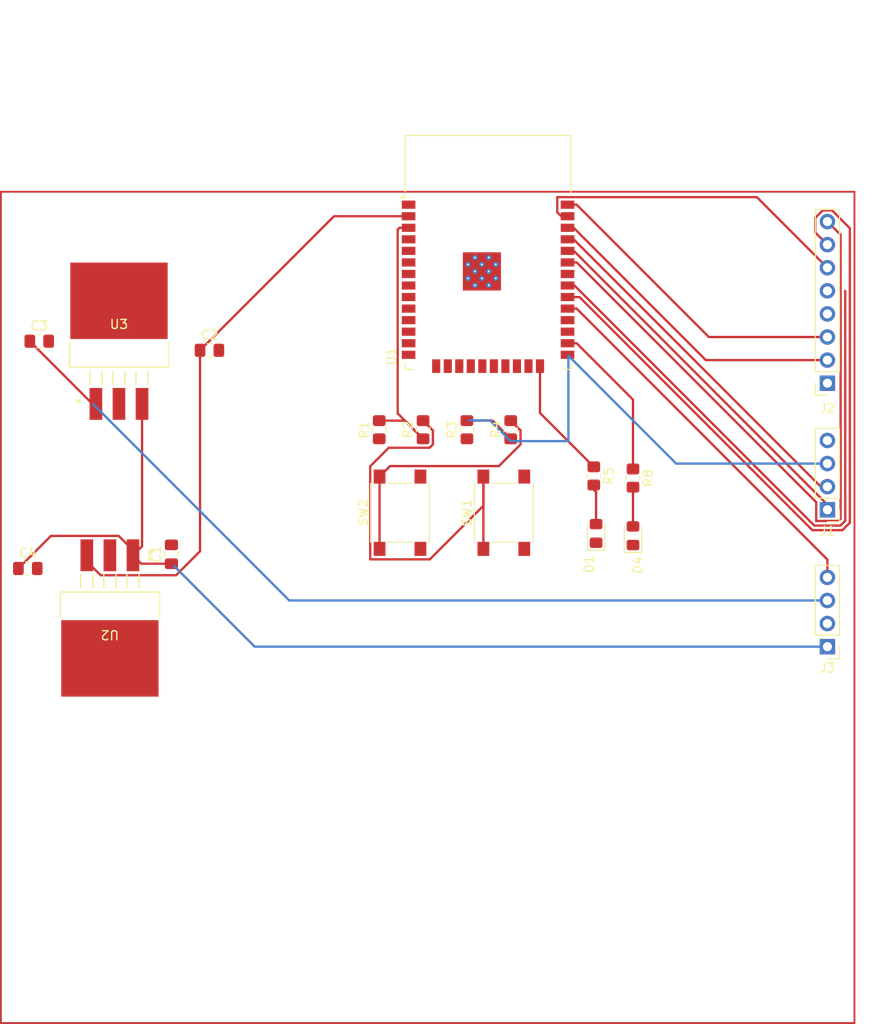
<source format=kicad_pcb>
(kicad_pcb (version 20240108) (generator "pcbnew") (generator_version "8.0")
  (layers (0 "F.Cu" signal) (31 "B.Cu" signal) (34 "B.Paste" user) (35 "F.Paste" user) (36 "B.SilkS" user "B.Silkscreen") (37 "F.SilkS" user "F.Silkscreen") (38 "B.Mask" user) (39 "F.Mask" user) (44 "Edge.Cuts" user))
  (net 0 "")
  (net 1 "GND")
  (net 2 "/5V")
  (net 3 "/12V")
  (net 4 "Net-(D1-A)")
  (net 5 "Net-(D4-A)")
  (net 6 "Net-(J1-Pin_1)")
  (net 7 "Net-(J1-Pin_2)")
  (net 8 "/BOOT")
  (net 9 "/EN")
  (net 10 "/SCK")
  (net 11 "/MOSI")
  (net 12 "/NC")
  (net 13 "/SDA")
  (net 14 "/RST")
  (net 15 "/MISO")
  (net 16 "Net-(R2-Pad2)")
  (net 17 "Net-(R4-Pad2)")
  (net 29 "Net-(J3-Pin_4)")
  (net 40 "/Green")
  (net 41 "/RED")
  (net 42 "/Blue")
  (net 43 "VDD")
  (footprint "Resistor_SMD:R_0805_2012Metric_Pad1.20x1.40mm_HandSolder" (layer "F.Cu") (at 178.308 61.738 90)
    (property "Reference" "R3" (at 0 -1.65 -90) (layer "F.SilkS"))
    (property "Value" "12K")
    (fp_line (start -0.227064 -0.735) (end 0.227064 -0.735) (stroke (width 0.12)) (layer "F.SilkS"))
    (fp_line (start -0.227064 0.735) (end 0.227064 0.735) (stroke (width 0.12)) (layer "F.SilkS"))
    (pad "1" smd roundrect (at -1 0 90) (size 1.2 1.4) (layers "F.Cu" "F.Paste" "F.Mask") (roundrect_rratio 0.208333) (net 43 "VDD"))
    (pad "2" smd roundrect (at 1 0 90) (size 1.2 1.4) (layers "F.Cu" "F.Paste" "F.Mask") (roundrect_rratio 0.208333) (net 8 "/BOOT"))
  )
  (footprint "LED_SMD:LED_0805_2012Metric_Pad1.15x1.40mm_HandSolder" (layer "F.Cu") (at 196.596 73.397 90)
    (property "Reference" "D4" (at -3.2268 0.5444 -90) (layer "F.SilkS"))
    (property "Value" "RED LED")
    (fp_line (start 1 -0.96) (end -1.86 -0.96) (stroke (width 0.12)) (layer "F.SilkS"))
    (fp_line (start -1.86 -0.96) (end -1.86 0.96) (stroke (width 0.12)) (layer "F.SilkS"))
    (fp_line (start -1.86 0.96) (end 1 0.96) (stroke (width 0.12)) (layer "F.SilkS"))
    (pad "1" smd roundrect (at -1.025 0 90) (size 1.15 1.4) (layers "F.Cu" "F.Paste" "F.Mask") (roundrect_rratio 0.217391) (net 1 "GND"))
    (pad "2" smd roundrect (at 1.025 0 90) (size 1.15 1.4) (layers "F.Cu" "F.Paste" "F.Mask") (roundrect_rratio 0.217391) (net 5 "Net-(D4-A)"))
  )
  (footprint "footprints_5v:TO263-3LD_MCH" (layer "F.Cu") (at 140 50.1458)
    (property "Reference" "U3" (at 0 0 0) (layer "F.SilkS"))
    (property "Value" "MIC2940A-5.0WU")
    (fp_line (start -5.461 1.929749) (end -5.461 4.7117) (stroke (width 0.1524)) (layer "F.SilkS"))
    (fp_line (start -5.461 4.7117) (end 5.461 4.7117) (stroke (width 0.1524)) (layer "F.SilkS"))
    (fp_line (start -3.2131 5.1943) (end -3.2131 6.6421) (stroke (width 0.1524)) (layer "F.SilkS"))
    (fp_line (start -1.8669 5.1943) (end -1.8669 6.6421) (stroke (width 0.1524)) (layer "F.SilkS"))
    (fp_line (start -0.6731 5.1943) (end -0.6731 6.6421) (stroke (width 0.1524)) (layer "F.SilkS"))
    (fp_line (start 0.6731 5.1943) (end 0.6731 6.6421) (stroke (width 0.1524)) (layer "F.SilkS"))
    (fp_line (start 1.8669 5.1943) (end 1.8669 6.6421) (stroke (width 0.1524)) (layer "F.SilkS"))
    (fp_line (start 3.2131 5.1943) (end 3.2131 6.6421) (stroke (width 0.1524)) (layer "F.SilkS"))
    (fp_line (start 5.461 4.7117) (end 5.461 1.929749) (stroke (width 0.1524)) (layer "F.SilkS"))
    (fp_text user "*" (at -4.445 8.7503 0) (layer "F.SilkS"))
    (fp_text user "*" (at -4.445 8.7503 0) (layer "F.SilkS"))
    (pad "1" smd rect (at -2.54 8.7503) (size 1.397 3.5052) (layers "F.Cu" "F.Paste" "F.Mask") (net 3 "/12V"))
    (pad "2" smd rect (at 0 8.7503) (size 1.397 3.5052) (layers "F.Cu" "F.Paste" "F.Mask") (net 1 "GND"))
    (pad "3" smd rect (at 2.54 8.7503) (size 1.397 3.5052) (layers "F.Cu" "F.Paste" "F.Mask") (net 2 "/5V"))
    (pad "4" smd rect (at 0 -2.5908) (size 10.7188 8.4074) (layers "F.Cu" "F.Paste" "F.Mask") (net 1 "GND"))
  )
  (footprint "Connector_PinHeader_2.54mm:PinHeader_1x04_P2.54mm_Vertical" (layer "F.Cu") (at 218 70.54 180)
    (property "Reference" "J1" (at 0 -2.33 180) (layer "F.SilkS"))
    (property "Value" "Conn_01x04_Pin")
    (fp_line (start 1.33 1.27) (end 1.33 8.95) (stroke (width 0.12)) (layer "F.SilkS"))
    (fp_line (start -1.33 8.95) (end 1.33 8.95) (stroke (width 0.12)) (layer "F.SilkS"))
    (fp_line (start -1.33 1.27) (end 1.33 1.27) (stroke (width 0.12)) (layer "F.SilkS"))
    (fp_line (start -1.33 1.27) (end -1.33 8.95) (stroke (width 0.12)) (layer "F.SilkS"))
    (fp_line (start -1.33 0) (end -1.33 -1.33) (stroke (width 0.12)) (layer "F.SilkS"))
    (fp_line (start -1.33 -1.33) (end 0 -1.33) (stroke (width 0.12)) (layer "F.SilkS"))
    (pad "1" thru_hole rect (at 0 0 180) (size 1.7 1.7) (drill 1) (layers "*.Cu" "*.Mask") (net 6 "Net-(J1-Pin_1)"))
    (pad "2" thru_hole oval (at 0 2.54 180) (size 1.7 1.7) (drill 1) (layers "*.Cu" "*.Mask") (net 7 "Net-(J1-Pin_2)"))
    (pad "3" thru_hole oval (at 0 5.08 180) (size 1.7 1.7) (drill 1) (layers "*.Cu" "*.Mask") (net 8 "/BOOT"))
    (pad "4" thru_hole oval (at 0 7.62 180) (size 1.7 1.7) (drill 1) (layers "*.Cu" "*.Mask") (net 9 "/EN"))
  )
  (footprint "LED_SMD:LED_0805_2012Metric_Pad1.15x1.40mm_HandSolder" (layer "F.Cu") (at 192.532 73.143 90)
    (property "Reference" "D1" (at -3.3946 -0.762 -90) (layer "F.SilkS"))
    (property "Value" "Green LED")
    (fp_line (start 1 -0.96) (end -1.86 -0.96) (stroke (width 0.12)) (layer "F.SilkS"))
    (fp_line (start -1.86 -0.96) (end -1.86 0.96) (stroke (width 0.12)) (layer "F.SilkS"))
    (fp_line (start -1.86 0.96) (end 1 0.96) (stroke (width 0.12)) (layer "F.SilkS"))
    (pad "1" smd roundrect (at -1.025 0 90) (size 1.15 1.4) (layers "F.Cu" "F.Paste" "F.Mask") (roundrect_rratio 0.217391) (net 1 "GND"))
    (pad "2" smd roundrect (at 1.025 0 90) (size 1.15 1.4) (layers "F.Cu" "F.Paste" "F.Mask") (roundrect_rratio 0.217391) (net 4 "Net-(D1-A)"))
  )
  (footprint "footprints:TO263-3LD_MCH" (layer "F.Cu") (at 139 84.2992 180)
    (property "Reference" "U2" (at 0 0 180) (layer "F.SilkS"))
    (property "Value" "MIC2940A-3.3WU")
    (fp_line (start 5.461 4.7117) (end 5.461 1.929749) (stroke (width 0.1524)) (layer "F.SilkS"))
    (fp_line (start 3.2131 5.1943) (end 3.2131 6.6421) (stroke (width 0.1524)) (layer "F.SilkS"))
    (fp_line (start 1.8669 5.1943) (end 1.8669 6.6421) (stroke (width 0.1524)) (layer "F.SilkS"))
    (fp_line (start 0.6731 5.1943) (end 0.6731 6.6421) (stroke (width 0.1524)) (layer "F.SilkS"))
    (fp_line (start -0.6731 5.1943) (end -0.6731 6.6421) (stroke (width 0.1524)) (layer "F.SilkS"))
    (fp_line (start -1.8669 5.1943) (end -1.8669 6.6421) (stroke (width 0.1524)) (layer "F.SilkS"))
    (fp_line (start -3.2131 5.1943) (end -3.2131 6.6421) (stroke (width 0.1524)) (layer "F.SilkS"))
    (fp_line (start -5.461 4.7117) (end 5.461 4.7117) (stroke (width 0.1524)) (layer "F.SilkS"))
    (fp_line (start -5.461 1.929749) (end -5.461 4.7117) (stroke (width 0.1524)) (layer "F.SilkS"))
    (fp_text user "*" (at -4.445 8.7503 180) (layer "F.SilkS"))
    (fp_text user "*" (at -4.445 8.7503 180) (layer "F.SilkS"))
    (pad "1" smd rect (at -2.54 8.7503 180) (size 1.397 3.5052) (layers "F.Cu" "F.Paste" "F.Mask") (net 2 "/5V"))
    (pad "2" smd rect (at 0 8.7503 180) (size 1.397 3.5052) (layers "F.Cu" "F.Paste" "F.Mask") (net 1 "GND"))
    (pad "3" smd rect (at 2.54 8.7503 180) (size 1.397 3.5052) (layers "F.Cu" "F.Paste" "F.Mask") (net 43 "VDD"))
    (pad "4" smd rect (at 0 -2.5908 180) (size 10.7188 8.4074) (layers "F.Cu" "F.Paste" "F.Mask") (net 1 "GND"))
  )
  (footprint "Resistor_SMD:R_0805_2012Metric_Pad1.20x1.40mm_HandSolder" (layer "F.Cu") (at 173.482 61.738 90)
    (property "Reference" "R2" (at 0 -1.65 -90) (layer "F.SilkS"))
    (property "Value" "470")
    (fp_line (start -0.227064 -0.735) (end 0.227064 -0.735) (stroke (width 0.12)) (layer "F.SilkS"))
    (fp_line (start -0.227064 0.735) (end 0.227064 0.735) (stroke (width 0.12)) (layer "F.SilkS"))
    (pad "1" smd roundrect (at -1 0 90) (size 1.2 1.4) (layers "F.Cu" "F.Paste" "F.Mask") (roundrect_rratio 0.208333) (net 9 "/EN"))
    (pad "2" smd roundrect (at 1 0 90) (size 1.2 1.4) (layers "F.Cu" "F.Paste" "F.Mask") (roundrect_rratio 0.208333) (net 16 "Net-(R2-Pad2)"))
  )
  (footprint "Capacitor_SMD:C_0805_2012Metric_Pad1.18x1.45mm_HandSolder" (layer "F.Cu") (at 131.2203 52)
    (property "Reference" "C3" (at 0 -1.68 0) (layer "F.SilkS"))
    (property "Value" "0.22")
    (fp_line (start -0.261252 -0.735) (end 0.261252 -0.735) (stroke (width 0.12)) (layer "F.SilkS"))
    (fp_line (start -0.261252 0.735) (end 0.261252 0.735) (stroke (width 0.12)) (layer "F.SilkS"))
    (pad "1" smd roundrect (at -1.0375 0) (size 1.175 1.45) (layers "F.Cu" "F.Paste" "F.Mask") (roundrect_rratio 0.212766) (net 3 "/12V"))
    (pad "2" smd roundrect (at 1.0375 0) (size 1.175 1.45) (layers "F.Cu" "F.Paste" "F.Mask") (roundrect_rratio 0.212766) (net 1 "GND"))
  )
  (footprint "Capacitor_SMD:C_0805_2012Metric_Pad1.18x1.45mm_HandSolder" (layer "F.Cu") (at 149.9625 53)
    (property "Reference" "C2" (at 0 -1.68 0) (layer "F.SilkS"))
    (property "Value" "10u")
    (fp_line (start -0.261252 -0.735) (end 0.261252 -0.735) (stroke (width 0.12)) (layer "F.SilkS"))
    (fp_line (start -0.261252 0.735) (end 0.261252 0.735) (stroke (width 0.12)) (layer "F.SilkS"))
    (pad "1" smd roundrect (at -1.0375 0) (size 1.175 1.45) (layers "F.Cu" "F.Paste" "F.Mask") (roundrect_rratio 0.212766) (net 43 "VDD"))
    (pad "2" smd roundrect (at 1.0375 0) (size 1.175 1.45) (layers "F.Cu" "F.Paste" "F.Mask") (roundrect_rratio 0.212766) (net 1 "GND"))
  )
  (footprint "Connector_PinSocket_2.54mm:PinSocket_1x08_P2.54mm_Vertical" (layer "F.Cu") (at 218 56.62 180)
    (property "Reference" "J2" (at 0 -2.77 180) (layer "F.SilkS"))
    (property "Value" "Conn_01x08_Pin")
    (fp_line (start 1.33 1.27) (end 1.33 19.11) (stroke (width 0.12)) (layer "F.SilkS"))
    (fp_line (start 1.33 -1.33) (end 1.33 0) (stroke (width 0.12)) (layer "F.SilkS"))
    (fp_line (start 0 -1.33) (end 1.33 -1.33) (stroke (width 0.12)) (layer "F.SilkS"))
    (fp_line (start -1.33 19.11) (end 1.33 19.11) (stroke (width 0.12)) (layer "F.SilkS"))
    (fp_line (start -1.33 1.27) (end 1.33 1.27) (stroke (width 0.12)) (layer "F.SilkS"))
    (fp_line (start -1.33 1.27) (end -1.33 19.11) (stroke (width 0.12)) (layer "F.SilkS"))
    (pad "1" thru_hole rect (at 0 0 180) (size 1.7 1.7) (drill 1) (layers "*.Cu" "*.Mask") (net 43 "VDD"))
    (pad "2" thru_hole oval (at 0 2.54 180) (size 1.7 1.7) (drill 1) (layers "*.Cu" "*.Mask") (net 14 "/RST"))
    (pad "3" thru_hole oval (at 0 5.08 180) (size 1.7 1.7) (drill 1) (layers "*.Cu" "*.Mask") (net 1 "GND"))
    (pad "4" thru_hole oval (at 0 7.62 180) (size 1.7 1.7) (drill 1) (layers "*.Cu" "*.Mask") (net 12 "/NC"))
    (pad "5" thru_hole oval (at 0 10.16 180) (size 1.7 1.7) (drill 1) (layers "*.Cu" "*.Mask") (net 15 "/MISO"))
    (pad "6" thru_hole oval (at 0 12.7 180) (size 1.7 1.7) (drill 1) (layers "*.Cu" "*.Mask") (net 11 "/MOSI"))
    (pad "7" thru_hole oval (at 0 15.24 180) (size 1.7 1.7) (drill 1) (layers "*.Cu" "*.Mask") (net 10 "/SCK"))
    (pad "8" thru_hole oval (at 0 17.78 180) (size 1.7 1.7) (drill 1) (layers "*.Cu" "*.Mask") (net 13 "/SDA"))
  )
  (footprint "Resistor_SMD:R_0805_2012Metric_Pad1.20x1.40mm_HandSolder" (layer "F.Cu") (at 196.596 67.056 -90)
    (property "Reference" "R8" (at 0 -1.65 90) (layer "F.SilkS"))
    (property "Value" "470")
    (fp_line (start -0.227064 0.735) (end 0.227064 0.735) (stroke (width 0.12)) (layer "F.SilkS"))
    (fp_line (start -0.227064 -0.735) (end 0.227064 -0.735) (stroke (width 0.12)) (layer "F.SilkS"))
    (pad "1" smd roundrect (at -1 0 270) (size 1.2 1.4) (layers "F.Cu" "F.Paste" "F.Mask") (roundrect_rratio 0.208333) (net 41 "/RED"))
    (pad "2" smd roundrect (at 1 0 270) (size 1.2 1.4) (layers "F.Cu" "F.Paste" "F.Mask") (roundrect_rratio 0.208333) (net 5 "Net-(D4-A)"))
  )
  (footprint "RF_Module:ESP32-WROOM-32" (layer "F.Cu") (at 180.638 45.234)
    (property "Reference" "U1" (at -10.61 8.43 90) (layer "F.SilkS"))
    (property "Value" "ESP32-WROOM-32")
    (fp_line (start -9.12 -15.86) (end -9.12 -9.7) (stroke (width 0.12)) (layer "F.SilkS"))
    (fp_line (start -9.12 -15.86) (end 9.12 -15.86) (stroke (width 0.12)) (layer "F.SilkS"))
    (fp_line (start -9.12 9.1) (end -9.12 9.88) (stroke (width 0.12)) (layer "F.SilkS"))
    (fp_line (start -9.12 9.88) (end -8.12 9.88) (stroke (width 0.12)) (layer "F.SilkS"))
    (fp_line (start 9.12 -15.86) (end 9.12 -9.445) (stroke (width 0.12)) (layer "F.SilkS"))
    (fp_line (start 9.12 9.1) (end 9.12 9.88) (stroke (width 0.12)) (layer "F.SilkS"))
    (fp_line (start 9.12 9.88) (end 8.12 9.88) (stroke (width 0.12)) (layer "F.SilkS"))
    (fp_poly (pts (xy -9.125 -8.975) (xy -9.625 -8.975) (xy -9.125 -9.475) (xy -9.125 -8.975)) (stroke (width 0.12)) (fill solid) (layer "F.SilkS"))
    (pad "1" smd rect (at -8.75 -8.25) (size 1.5 0.9) (layers "F.Cu" "F.Paste" "F.Mask") (net 1 "GND"))
    (pad "2" smd rect (at -8.75 -6.98) (size 1.5 0.9) (layers "F.Cu" "F.Paste" "F.Mask") (net 43 "VDD"))
    (pad "3" smd rect (at -8.75 -5.71) (size 1.5 0.9) (layers "F.Cu" "F.Paste" "F.Mask") (net 9 "/EN"))
    (pad "4" smd rect (at -8.75 -4.44) (size 1.5 0.9) (layers "F.Cu" "F.Paste" "F.Mask"))
    (pad "5" smd rect (at -8.75 -3.17) (size 1.5 0.9) (layers "F.Cu" "F.Paste" "F.Mask"))
    (pad "6" smd rect (at -8.75 -1.9) (size 1.5 0.9) (layers "F.Cu" "F.Paste" "F.Mask"))
    (pad "7" smd rect (at -8.75 -0.63) (size 1.5 0.9) (layers "F.Cu" "F.Paste" "F.Mask"))
    (pad "8" smd rect (at -8.75 0.64) (size 1.5 0.9) (layers "F.Cu" "F.Paste" "F.Mask"))
    (pad "9" smd rect (at -8.75 1.91) (size 1.5 0.9) (layers "F.Cu" "F.Paste" "F.Mask"))
    (pad "10" smd rect (at -8.75 3.18) (size 1.5 0.9) (layers "F.Cu" "F.Paste" "F.Mask"))
    (pad "11" smd rect (at -8.75 4.45) (size 1.5 0.9) (layers "F.Cu" "F.Paste" "F.Mask"))
    (pad "12" smd rect (at -8.75 5.72) (size 1.5 0.9) (layers "F.Cu" "F.Paste" "F.Mask"))
    (pad "13" smd rect (at -8.75 6.99) (size 1.5 0.9) (layers "F.Cu" "F.Paste" "F.Mask"))
    (pad "14" smd rect (at -8.75 8.26) (size 1.5 0.9) (layers "F.Cu" "F.Paste" "F.Mask"))
    (pad "15" smd rect (at -5.71 9.51 90) (size 1.5 0.9) (layers "F.Cu" "F.Paste" "F.Mask") (net 1 "GND"))
    (pad "16" smd rect (at -4.44 9.51 90) (size 1.5 0.9) (layers "F.Cu" "F.Paste" "F.Mask"))
    (pad "17" smd rect (at -3.17 9.51 90) (size 1.5 0.9) (layers "F.Cu" "F.Paste" "F.Mask"))
    (pad "18" smd rect (at -1.9 9.51 90) (size 1.5 0.9) (layers "F.Cu" "F.Paste" "F.Mask"))
    (pad "19" smd rect (at -0.63 9.51 90) (size 1.5 0.9) (layers "F.Cu" "F.Paste" "F.Mask"))
    (pad "20" smd rect (at 0.64 9.51 90) (size 1.5 0.9) (layers "F.Cu" "F.Paste" "F.Mask"))
    (pad "21" smd rect (at 1.91 9.51 90) (size 1.5 0.9) (layers "F.Cu" "F.Paste" "F.Mask"))
    (pad "22" smd rect (at 3.18 9.51 90) (size 1.5 0.9) (layers "F.Cu" "F.Paste" "F.Mask"))
    (pad "23" smd rect (at 4.45 9.51 90) (size 1.5 0.9) (layers "F.Cu" "F.Paste" "F.Mask") (net 42 "/Blue"))
    (pad "24" smd rect (at 5.72 9.51 90) (size 1.5 0.9) (layers "F.Cu" "F.Paste" "F.Mask") (net 40 "/Green"))
    (pad "25" smd rect (at 8.75 8.26) (size 1.5 0.9) (layers "F.Cu" "F.Paste" "F.Mask") (net 8 "/BOOT"))
    (pad "26" smd rect (at 8.75 6.99) (size 1.5 0.9) (layers "F.Cu" "F.Paste" "F.Mask") (net 41 "/RED"))
    (pad "27" smd rect (at 8.75 5.72) (size 1.5 0.9) (layers "F.Cu" "F.Paste" "F.Mask"))
    (pad "28" smd rect (at 8.75 4.45) (size 1.5 0.9) (layers "F.Cu" "F.Paste" "F.Mask"))
    (pad "29" smd rect (at 8.75 3.18) (size 1.5 0.9) (layers "F.Cu" "F.Paste" "F.Mask") (net 29 "Net-(J3-Pin_4)"))
    (pad "30" smd rect (at 8.75 1.91) (size 1.5 0.9) (layers "F.Cu" "F.Paste" "F.Mask") (net 10 "/SCK"))
    (pad "31" smd rect (at 8.75 0.64) (size 1.5 0.9) (layers "F.Cu" "F.Paste" "F.Mask") (net 15 "/MISO"))
    (pad "32" smd rect (at 8.75 -0.63) (size 1.5 0.9) (layers "F.Cu" "F.Paste" "F.Mask"))
    (pad "33" smd rect (at 8.75 -1.9) (size 1.5 0.9) (layers "F.Cu" "F.Paste" "F.Mask") (net 13 "/SDA"))
    (pad "34" smd rect (at 8.75 -3.17) (size 1.5 0.9) (layers "F.Cu" "F.Paste" "F.Mask") (net 6 "Net-(J1-Pin_1)"))
    (pad "35" smd rect (at 8.75 -4.44) (size 1.5 0.9) (layers "F.Cu" "F.Paste" "F.Mask") (net 7 "Net-(J1-Pin_2)"))
    (pad "36" smd rect (at 8.75 -5.71) (size 1.5 0.9) (layers "F.Cu" "F.Paste" "F.Mask") (net 14 "/RST"))
    (pad "37" smd rect (at 8.75 -6.98) (size 1.5 0.9) (layers "F.Cu" "F.Paste" "F.Mask") (net 11 "/MOSI"))
    (pad "38" smd rect (at 8.75 -8.25) (size 1.5 0.9) (layers "F.Cu" "F.Paste" "F.Mask") (net 1 "GND"))
    (pad "39" smd rect (at -2.205 -2.435) (size 1.05 1.05) (layers "F.Cu" "F.Paste") (net 1 "GND"))
    (pad "39" thru_hole circle (at -2.205 -1.6725) (size 0.6 0.6) (drill 0.2) (property pad_prop_heatsink) (layers "*.Cu" "F.Mask") (net 1 "GND"))
    (pad "39" smd rect (at -2.205 -0.91) (size 1.05 1.05) (layers "F.Cu" "F.Paste") (net 1 "GND"))
    (pad "39" thru_hole circle (at -2.205 -0.1475) (size 0.6 0.6) (drill 0.2) (property pad_prop_heatsink) (layers "*.Cu" "F.Mask") (net 1 "GND"))
    (pad "39" smd rect (at -2.205 0.615) (size 1.05 1.05) (layers "F.Cu" "F.Paste") (net 1 "GND"))
    (pad "39" thru_hole circle (at -1.4425 -2.435) (size 0.6 0.6) (drill 0.2) (property pad_prop_heatsink) (layers "*.Cu" "F.Mask") (net 1 "GND"))
    (pad "39" thru_hole circle (at -1.4425 -0.91) (size 0.6 0.6) (drill 0.2) (property pad_prop_heatsink) (layers "*.Cu" "F.Mask") (net 1 "GND"))
    (pad "39" thru_hole circle (at -1.4425 0.615) (size 0.6 0.6) (drill 0.2) (property pad_prop_heatsink) (layers "*.Cu" "F.Mask") (net 1 "GND"))
    (pad "39" smd rect (at -0.68 -2.435) (size 1.05 1.05) (layers "F.Cu" "F.Paste") (net 1 "GND"))
    (pad "39" thru_hole circle (at -0.68 -1.6725) (size 0.6 0.6) (drill 0.2) (property pad_prop_heatsink) (layers "*.Cu" "F.Mask") (net 1 "GND"))
    (pad "39" smd rect (at -0.68 -0.91) (size 1.05 1.05) (layers "F.Cu" "F.Paste") (net 1 "GND"))
    (pad "39" smd rect (at -0.68 -0.91) (size 4.2 4.2) (layers "F.Cu" "F.Mask") (net 1 "GND"))
    (pad "39" thru_hole circle (at -0.68 -0.1475) (size 0.6 0.6) (drill 0.2) (property pad_prop_heatsink) (layers "*.Cu" "F.Mask") (net 1 "GND"))
    (pad "39" smd rect (at -0.68 0.615) (size 1.05 1.05) (layers "F.Cu" "F.Paste") (net 1 "GND"))
    (pad "39" thru_hole circle (at 0.0825 -2.435) (size 0.6 0.6) (drill 0.2) (property pad_prop_heatsink) (layers "*.Cu" "F.Mask") (net 1 "GND"))
    (pad "39" thru_hole circle (at 0.0825 -0.91) (size 0.6 0.6) (drill 0.2) (property pad_prop_heatsink) (layers "*.Cu" "F.Mask") (net 1 "GND"))
    (pad "39" thru_hole circle (at 0.0825 0.615) (size 0.6 0.6) (drill 0.2) (property pad_prop_heatsink) (layers "*.Cu" "F.Mask") (net 1 "GND"))
    (pad "39" smd rect (at 0.845 -2.435) (size 1.05 1.05) (layers "F.Cu" "F.Paste") (net 1 "GND"))
    (pad "39" thru_hole circle (at 0.845 -1.6725) (size 0.6 0.6) (drill 0.2) (property pad_prop_heatsink) (layers "*.Cu" "F.Mask") (net 1 "GND"))
    (pad "39" smd rect (at 0.845 -0.91) (size 1.05 1.05) (layers "F.Cu" "F.Paste") (net 1 "GND"))
    (pad "39" thru_hole circle (at 0.845 -0.1475) (size 0.6 0.6) (drill 0.2) (property pad_prop_heatsink) (layers "*.Cu" "F.Mask") (net 1 "GND"))
    (pad "39" smd rect (at 0.845 0.615) (size 1.05 1.05) (layers "F.Cu" "F.Paste") (net 1 "GND"))
  )
  (footprint "Capacitor_SMD:C_0805_2012Metric_Pad1.18x1.45mm_HandSolder" (layer "F.Cu") (at 145.7745 75.438 90)
    (property "Reference" "C1" (at 0 -1.68 -90) (layer "F.SilkS"))
    (property "Value" "10u")
    (fp_line (start -0.261252 -0.735) (end 0.261252 -0.735) (stroke (width 0.12)) (layer "F.SilkS"))
    (fp_line (start -0.261252 0.735) (end 0.261252 0.735) (stroke (width 0.12)) (layer "F.SilkS"))
    (pad "1" smd roundrect (at -1.0375 0 90) (size 1.175 1.45) (layers "F.Cu" "F.Paste" "F.Mask") (roundrect_rratio 0.212766) (net 2 "/5V"))
    (pad "2" smd roundrect (at 1.0375 0 90) (size 1.175 1.45) (layers "F.Cu" "F.Paste" "F.Mask") (roundrect_rratio 0.212766) (net 1 "GND"))
  )
  (footprint "Button_Switch_SMD:SW_Push_1P1T_NO_6x6mm_H9.5mm" (layer "F.Cu") (at 182.372 70.866 90)
    (property "Reference" "SW1" (at 0 -4.05 -90) (layer "F.SilkS"))
    (property "Value" "SW_Push")
    (fp_line (start 3.23 -3.23) (end 3.23 -3.2) (stroke (width 0.12)) (layer "F.SilkS"))
    (fp_line (start -3.23 -3.23) (end 3.23 -3.23) (stroke (width 0.12)) (layer "F.SilkS"))
    (fp_line (start -3.23 -3.2) (end -3.23 -3.23) (stroke (width 0.12)) (layer "F.SilkS"))
    (fp_line (start 3.23 -1.3) (end 3.23 1.3) (stroke (width 0.12)) (layer "F.SilkS"))
    (fp_line (start -3.23 -1.3) (end -3.23 1.3) (stroke (width 0.12)) (layer "F.SilkS"))
    (fp_line (start 3.23 3.23) (end 3.23 3.2) (stroke (width 0.12)) (layer "F.SilkS"))
    (fp_line (start -3.23 3.23) (end -3.23 3.2) (stroke (width 0.12)) (layer "F.SilkS"))
    (fp_line (start -3.23 3.23) (end 3.23 3.23) (stroke (width 0.12)) (layer "F.SilkS"))
    (pad "1" smd rect (at -3.975 -2.25 90) (size 1.55 1.3) (layers "F.Cu" "F.Paste" "F.Mask") (net 16 "Net-(R2-Pad2)"))
    (pad "1" smd rect (at 3.975 -2.25 90) (size 1.55 1.3) (layers "F.Cu" "F.Paste" "F.Mask") (net 16 "Net-(R2-Pad2)"))
    (pad "2" smd rect (at -3.975 2.25 90) (size 1.55 1.3) (layers "F.Cu" "F.Paste" "F.Mask") (net 1 "GND"))
    (pad "2" smd rect (at 3.975 2.25 90) (size 1.55 1.3) (layers "F.Cu" "F.Paste" "F.Mask") (net 1 "GND"))
  )
  (footprint "Resistor_SMD:R_0805_2012Metric_Pad1.20x1.40mm_HandSolder" (layer "F.Cu") (at 183.134 61.738 90)
    (property "Reference" "R4" (at 0 -1.65 -90) (layer "F.SilkS"))
    (property "Value" "470")
    (fp_line (start -0.227064 -0.735) (end 0.227064 -0.735) (stroke (width 0.12)) (layer "F.SilkS"))
    (fp_line (start -0.227064 0.735) (end 0.227064 0.735) (stroke (width 0.12)) (layer "F.SilkS"))
    (pad "1" smd roundrect (at -1 0 90) (size 1.2 1.4) (layers "F.Cu" "F.Paste" "F.Mask") (roundrect_rratio 0.208333) (net 8 "/BOOT"))
    (pad "2" smd roundrect (at 1 0 90) (size 1.2 1.4) (layers "F.Cu" "F.Paste" "F.Mask") (roundrect_rratio 0.208333) (net 17 "Net-(R4-Pad2)"))
  )
  (footprint "Connector_PinHeader_2.54mm:PinHeader_1x04_P2.54mm_Vertical" (layer "F.Cu") (at 218 85.6 180)
    (property "Reference" "J3" (at 0 -2.33 180) (layer "F.SilkS"))
    (property "Value" "Conn_01x04_Pin")
    (fp_line (start 1.33 1.27) (end 1.33 8.95) (stroke (width 0.12)) (layer "F.SilkS"))
    (fp_line (start -1.33 8.95) (end 1.33 8.95) (stroke (width 0.12)) (layer "F.SilkS"))
    (fp_line (start -1.33 1.27) (end 1.33 1.27) (stroke (width 0.12)) (layer "F.SilkS"))
    (fp_line (start -1.33 1.27) (end -1.33 8.95) (stroke (width 0.12)) (layer "F.SilkS"))
    (fp_line (start -1.33 0) (end -1.33 -1.33) (stroke (width 0.12)) (layer "F.SilkS"))
    (fp_line (start -1.33 -1.33) (end 0 -1.33) (stroke (width 0.12)) (layer "F.SilkS"))
    (pad "1" thru_hole rect (at 0 0 180) (size 1.7 1.7) (drill 1) (layers "*.Cu" "*.Mask") (net 2 "/5V"))
    (pad "2" thru_hole oval (at 0 2.54 180) (size 1.7 1.7) (drill 1) (layers "*.Cu" "*.Mask") (net 1 "GND"))
    (pad "3" thru_hole oval (at 0 5.08 180) (size 1.7 1.7) (drill 1) (layers "*.Cu" "*.Mask") (net 3 "/12V"))
    (pad "4" thru_hole oval (at 0 7.62 180) (size 1.7 1.7) (drill 1) (layers "*.Cu" "*.Mask") (net 29 "Net-(J3-Pin_4)"))
  )
  (footprint "Button_Switch_SMD:SW_Push_1P1T_NO_6x6mm_H9.5mm" (layer "F.Cu") (at 170.942 70.866 90)
    (property "Reference" "SW2" (at 0 -4.05 -90) (layer "F.SilkS"))
    (property "Value" "SW_Push")
    (fp_line (start 3.23 -3.23) (end 3.23 -3.2) (stroke (width 0.12)) (layer "F.SilkS"))
    (fp_line (start -3.23 -3.23) (end 3.23 -3.23) (stroke (width 0.12)) (layer "F.SilkS"))
    (fp_line (start -3.23 -3.2) (end -3.23 -3.23) (stroke (width 0.12)) (layer "F.SilkS"))
    (fp_line (start 3.23 -1.3) (end 3.23 1.3) (stroke (width 0.12)) (layer "F.SilkS"))
    (fp_line (start -3.23 -1.3) (end -3.23 1.3) (stroke (width 0.12)) (layer "F.SilkS"))
    (fp_line (start 3.23 3.23) (end 3.23 3.2) (stroke (width 0.12)) (layer "F.SilkS"))
    (fp_line (start -3.23 3.23) (end -3.23 3.2) (stroke (width 0.12)) (layer "F.SilkS"))
    (fp_line (start -3.23 3.23) (end 3.23 3.23) (stroke (width 0.12)) (layer "F.SilkS"))
    (pad "1" smd rect (at -3.975 -2.25 90) (size 1.55 1.3) (layers "F.Cu" "F.Paste" "F.Mask") (net 17 "Net-(R4-Pad2)"))
    (pad "1" smd rect (at 3.975 -2.25 90) (size 1.55 1.3) (layers "F.Cu" "F.Paste" "F.Mask") (net 17 "Net-(R4-Pad2)"))
    (pad "2" smd rect (at -3.975 2.25 90) (size 1.55 1.3) (layers "F.Cu" "F.Paste" "F.Mask") (net 1 "GND"))
    (pad "2" smd rect (at 3.975 2.25 90) (size 1.55 1.3) (layers "F.Cu" "F.Paste" "F.Mask") (net 1 "GND"))
  )
  (footprint "Capacitor_SMD:C_0805_2012Metric_Pad1.18x1.45mm_HandSolder" (layer "F.Cu") (at 129.9625 77)
    (property "Reference" "C4" (at 0 -1.68 0) (layer "F.SilkS"))
    (property "Value" "0.22u")
    (fp_line (start -0.261252 -0.735) (end 0.261252 -0.735) (stroke (width 0.12)) (layer "F.SilkS"))
    (fp_line (start -0.261252 0.735) (end 0.261252 0.735) (stroke (width 0.12)) (layer "F.SilkS"))
    (pad "1" smd roundrect (at -1.0375 0) (size 1.175 1.45) (layers "F.Cu" "F.Paste" "F.Mask") (roundrect_rratio 0.212766) (net 2 "/5V"))
    (pad "2" smd roundrect (at 1.0375 0) (size 1.175 1.45) (layers "F.Cu" "F.Paste" "F.Mask") (roundrect_rratio 0.212766) (net 1 "GND"))
  )
  (footprint "Resistor_SMD:R_0805_2012Metric_Pad1.20x1.40mm_HandSolder" (layer "F.Cu") (at 192.278 66.818 -90)
    (property "Reference" "R5" (at 0 -1.65 90) (layer "F.SilkS"))
    (property "Value" "470")
    (fp_line (start -0.227064 0.735) (end 0.227064 0.735) (stroke (width 0.12)) (layer "F.SilkS"))
    (fp_line (start -0.227064 -0.735) (end 0.227064 -0.735) (stroke (width 0.12)) (layer "F.SilkS"))
    (pad "1" smd roundrect (at -1 0 270) (size 1.2 1.4) (layers "F.Cu" "F.Paste" "F.Mask") (roundrect_rratio 0.208333) (net 40 "/Green"))
    (pad "2" smd roundrect (at 1 0 270) (size 1.2 1.4) (layers "F.Cu" "F.Paste" "F.Mask") (roundrect_rratio 0.208333) (net 4 "Net-(D1-A)"))
  )
  (footprint "Resistor_SMD:R_0805_2012Metric_Pad1.20x1.40mm_HandSolder" (layer "F.Cu") (at 168.656 61.738 90)
    (property "Reference" "R1" (at 0 -1.65 -90) (layer "F.SilkS"))
    (property "Value" "12K")
    (fp_line (start -0.227064 -0.735) (end 0.227064 -0.735) (stroke (width 0.12)) (layer "F.SilkS"))
    (fp_line (start -0.227064 0.735) (end 0.227064 0.735) (stroke (width 0.12)) (layer "F.SilkS"))
    (pad "1" smd roundrect (at -1 0 90) (size 1.2 1.4) (layers "F.Cu" "F.Paste" "F.Mask") (roundrect_rratio 0.208333) (net 43 "VDD"))
    (pad "2" smd roundrect (at 1 0 90) (size 1.2 1.4) (layers "F.Cu" "F.Paste" "F.Mask") (roundrect_rratio 0.208333) (net 9 "/EN"))
  )
  (gr_line (start 127 35.56) (end 220.98 35.56) (stroke (width 0.2)) (layer "F.Cu") (net 1))
  (gr_line (start 127 127) (end 127 35.56) (stroke (width 0.2)) (layer "F.Cu") (net 1))
  (gr_line (start 220.98 127) (end 127 127) (stroke (width 0.2)) (layer "F.Cu") (net 1))
  (gr_line (start 220.98 35.56) (end 220.98 127) (stroke (width 0.2)) (layer "F.Cu") (net 1))
  (segment (start 190.392 36.984) (end 204.948 51.54) (width 0.254) (layer "F.Cu") (net 1))
  (segment (start 189.388 36.984) (end 190.392 36.984) (width 0.254) (layer "F.Cu") (net 1))
  (segment (start 204.948 51.54) (end 218 51.54) (width 0.254) (layer "F.Cu") (net 1))
  (segment (start 142.54 74.5489) (end 141.54 75.5489) (width 0.254) (layer "F.Cu") (net 2))
  (segment (start 141.54 74.992) (end 141.54 75.5489) (width 0.254) (layer "F.Cu") (net 2))
  (segment (start 142.4666 76.4755) (end 141.54 75.5489) (width 0.254) (layer "F.Cu") (net 2))
  (segment (start 142.54 58.8961) (end 142.54 74.5489) (width 0.254) (layer "F.Cu") (net 2))
  (segment (start 139.9633 73.4153) (end 141.54 74.992) (width 0.254) (layer "F.Cu") (net 2))
  (segment (start 145.7745 76.4755) (end 142.4666 76.4755) (width 0.254) (layer "F.Cu") (net 2))
  (segment (start 128.925 77) (end 132.5097 73.4153) (width 0.254) (layer "F.Cu") (net 2))
  (segment (start 132.5097 73.4153) (end 139.9633 73.4153) (width 0.254) (layer "F.Cu") (net 2))
  (segment (start 218 85.6) (end 154.942 85.6) (width 0.254) (layer "B.Cu") (net 2))
  (segment (start 154.942 85.6) (end 146.05 76.708) (width 0.254) (layer "B.Cu") (net 2))
  (segment (start 130.1828 52) (end 137.0789 58.8961) (width 0.254) (layer "F.Cu") (net 3))
  (segment (start 137.0789 58.8961) (end 137.46 58.8961) (width 0.254) (layer "F.Cu") (net 3))
  (segment (start 218 80.52) (end 158.752 80.52) (width 0.254) (layer "B.Cu") (net 3))
  (segment (start 158.752 80.52) (end 137.16 58.928) (width 0.254) (layer "B.Cu") (net 3))
  (segment (start 192.532 68.58) (end 192.532 72.118) (width 0.254) (layer "F.Cu") (net 4))
  (segment (start 192.278 68.326) (end 192.532 68.58) (width 0.254) (layer "F.Cu") (net 4))
  (segment (start 192.278 67.818) (end 192.278 68.326) (width 0.254) (layer "F.Cu") (net 4))
  (segment (start 196.596 68.056) (end 196.596 72.372) (width 0.254) (layer "F.Cu") (net 5))
  (segment (start 189.388 42.064) (end 190.08 42.064) (width 0.254) (layer "F.Cu") (net 6))
  (segment (start 218 69.984) (end 218 70.54) (width 0.254) (layer "F.Cu") (net 6))
  (segment (start 190.08 42.064) (end 218 69.984) (width 0.254) (layer "F.Cu") (net 6))
  (segment (start 189.388 40.794) (end 190.061 40.794) (width 0.254) (layer "F.Cu") (net 7))
  (segment (start 190.061 40.794) (end 217.267 68) (width 0.254) (layer "F.Cu") (net 7))
  (segment (start 217.267 68) (end 218 68) (width 0.254) (layer "F.Cu") (net 7))
  (segment (start 178.308 60.738) (end 181.134 60.738) (width 0.254) (layer "F.Cu") (net 8))
  (segment (start 181.134 60.738) (end 183.134 62.738) (width 0.254) (layer "F.Cu") (net 8))
  (segment (start 218 65.46) (end 201.35 65.46) (width 0.254) (layer "B.Cu") (net 8))
  (segment (start 189.484 62.992) (end 188.976 62.992) (width 0.254) (layer "B.Cu") (net 8))
  (segment (start 180.848 60.706) (end 178.562 60.706) (width 0.254) (layer "B.Cu") (net 8))
  (segment (start 188.976 62.992) (end 183.134 62.992) (width 0.254) (layer "B.Cu") (net 8))
  (segment (start 201.35 65.46) (end 189.484 53.594) (width 0.254) (layer "B.Cu") (net 8))
  (segment (start 183.134 62.992) (end 180.848 60.706) (width 0.254) (layer "B.Cu") (net 8))
  (segment (start 189.484 53.594) (end 189.484 62.992) (width 0.254) (layer "B.Cu") (net 8))
  (segment (start 173.482 62.738) (end 170.688 59.944) (width 0.254) (layer "F.Cu") (net 9))
  (segment (start 170.688 39.72) (end 170.884 39.524) (width 0.254) (layer "F.Cu") (net 9))
  (segment (start 168.656 60.738) (end 171.482 60.738) (width 0.254) (layer "F.Cu") (net 9))
  (segment (start 170.884 39.524) (end 171.888 39.524) (width 0.254) (layer "F.Cu") (net 9))
  (segment (start 170.688 59.944) (end 170.688 39.72) (width 0.254) (layer "F.Cu") (net 9))
  (segment (start 171.482 60.738) (end 173.482 62.738) (width 0.254) (layer "F.Cu") (net 9))
  (segment (start 216.662 40.042) (end 218 41.38) (width 0.254) (layer "F.Cu") (net 10))
  (segment (start 216.34816 72.787) (end 219.651842 72.786998) (width 0.254) (layer "F.Cu") (net 10))
  (segment (start 220.471999 39.571102) (end 218.509897 37.609) (width 0.254) (layer "F.Cu") (net 10))
  (segment (start 217.490103 37.609) (end 216.662 38.437103) (width 0.254) (layer "F.Cu") (net 10))
  (segment (start 219.651842 72.786998) (end 220.472 71.96684) (width 0.254) (layer "F.Cu") (net 10))
  (segment (start 220.472 71.96684) (end 220.471999 39.571102) (width 0.254) (layer "F.Cu") (net 10))
  (segment (start 189.388 47.144) (end 190.70516 47.144) (width 0.254) (layer "F.Cu") (net 10))
  (segment (start 190.70516 47.144) (end 216.34816 72.787) (width 0.254) (layer "F.Cu") (net 10))
  (segment (start 218.509897 37.609) (end 217.490103 37.609) (width 0.254) (layer "F.Cu") (net 10))
  (segment (start 216.662 38.437103) (end 216.662 40.042) (width 0.254) (layer "F.Cu") (net 10))
  (segment (start 189.388 38.254) (end 188.696 38.254) (width 0.254) (layer "F.Cu") (net 11))
  (segment (start 188.257 36.153) (end 210.233 36.153) (width 0.254) (layer "F.Cu") (net 11))
  (segment (start 188.257 37.815) (end 188.257 36.153) (width 0.254) (layer "F.Cu") (net 11))
  (segment (start 210.233 36.153) (end 218 43.92) (width 0.254) (layer "F.Cu") (net 11))
  (segment (start 188.696 38.254) (end 188.257 37.815) (width 0.254) (layer "F.Cu") (net 11))
  (segment (start 216.769 69.711) (end 216.769 71.771) (width 0.254) (layer "F.Cu") (net 13))
  (segment (start 219.456 40.296) (end 218 38.84) (width 0.254) (layer "F.Cu") (net 13))
  (segment (start 219.456 71.546) (end 219.456 40.296) (width 0.254) (layer "F.Cu") (net 13))
  (segment (start 216.769 71.771) (end 219.231 71.771) (width 0.254) (layer "F.Cu") (net 13))
  (segment (start 189.388 43.334) (end 190.392 43.334) (width 0.254) (layer "F.Cu") (net 13))
  (segment (start 190.392 43.334) (end 216.769 69.711) (width 0.254) (layer "F.Cu") (net 13))
  (segment (start 219.231 71.771) (end 219.456 71.546) (width 0.254) (layer "F.Cu") (net 13))
  (segment (start 190.061 39.524) (end 204.617 54.08) (width 0.254) (layer "F.Cu") (net 14))
  (segment (start 189.388 39.524) (end 190.061 39.524) (width 0.254) (layer "F.Cu") (net 14))
  (segment (start 204.617 54.08) (end 218 54.08) (width 0.254) (layer "F.Cu") (net 14))
  (segment (start 219.441421 72.278999) (end 219.964 71.75642) (width 0.254) (layer "F.Cu") (net 15))
  (segment (start 219.964 71.75642) (end 219.963999 46.46) (width 0.254) (layer "F.Cu") (net 15))
  (segment (start 189.388 45.874) (end 190.15358 45.874) (width 0.254) (layer "F.Cu") (net 15))
  (segment (start 216.55858 72.279) (end 219.441421 72.278999) (width 0.254) (layer "F.Cu") (net 15))
  (segment (start 190.15358 45.874) (end 216.55858 72.279) (width 0.254) (layer "F.Cu") (net 15))
  (segment (start 174.200296 63.719) (end 174.563 63.356296) (width 0.254) (layer "F.Cu") (net 16))
  (segment (start 167.661 65.765) (end 169.707 63.719) (width 0.254) (layer "F.Cu") (net 16))
  (segment (start 180.122 66.891) (end 180.122 74.841) (width 0.254) (layer "F.Cu") (net 16))
  (segment (start 180.122 66.891) (end 180.122 70.098) (width 0.254) (layer "F.Cu") (net 16))
  (segment (start 167.691 75.997) (end 167.661 75.967) (width 0.254) (layer "F.Cu") (net 16))
  (segment (start 174.563 61.819) (end 173.482 60.738) (width 0.254) (layer "F.Cu") (net 16))
  (segment (start 167.661 75.967) (end 167.661 65.765) (width 0.254) (layer "F.Cu") (net 16))
  (segment (start 180.122 70.098) (end 174.223 75.997) (width 0.254) (layer "F.Cu") (net 16))
  (segment (start 169.707 63.719) (end 174.200296 63.719) (width 0.254) (layer "F.Cu") (net 16))
  (segment (start 174.223 75.997) (end 167.691 75.997) (width 0.254) (layer "F.Cu") (net 16))
  (segment (start 174.563 63.356296) (end 174.563 61.819) (width 0.254) (layer "F.Cu") (net 16))
  (segment (start 181.836296 65.735) (end 184.215 63.356296) (width 0.254) (layer "F.Cu") (net 17))
  (segment (start 184.215 63.356296) (end 184.215 61.819) (width 0.254) (layer "F.Cu") (net 17))
  (segment (start 168.692 74.841) (end 168.692 66.891) (width 0.254) (layer "F.Cu") (net 17))
  (segment (start 169.848 65.735) (end 181.836296 65.735) (width 0.254) (layer "F.Cu") (net 17))
  (segment (start 184.215 61.819) (end 183.134 60.738) (width 0.254) (layer "F.Cu") (net 17))
  (segment (start 168.692 66.891) (end 169.848 65.735) (width 0.254) (layer "F.Cu") (net 17))
  (segment (start 218 76.022) (end 218 77.98) (width 0.254) (layer "F.Cu") (net 29))
  (segment (start 190.392 48.414) (end 218 76.022) (width 0.254) (layer "F.Cu") (net 29))
  (segment (start 189.388 48.414) (end 190.392 48.414) (width 0.254) (layer "F.Cu") (net 29))
  (segment (start 186.358 54.744) (end 186.358 59.898) (width 0.254) (layer "F.Cu") (net 40))
  (segment (start 186.358 59.898) (end 192.278 65.818) (width 0.254) (layer "F.Cu") (net 40))
  (segment (start 196.596 58.428) (end 196.596 66.056) (width 0.254) (layer "F.Cu") (net 41))
  (segment (start 190.392 52.224) (end 196.596 58.428) (width 0.254) (layer "F.Cu") (net 41))
  (segment (start 189.388 52.224) (end 190.392 52.224) (width 0.254) (layer "F.Cu") (net 41))
  (segment (start 146.284704 77.743296) (end 148.925 75.103) (width 0.254) (layer "F.Cu") (net 43))
  (segment (start 136.46 75.5489) (end 136.46 76.222) (width 0.254) (layer "F.Cu") (net 43))
  (segment (start 148.925 53) (end 163.671 38.254) (width 0.254) (layer "F.Cu") (net 43))
  (segment (start 163.671 38.254) (end 171.888 38.254) (width 0.254) (layer "F.Cu") (net 43))
  (segment (start 137.981296 77.743296) (end 146.284704 77.743296) (width 0.254) (layer "F.Cu") (net 43))
  (segment (start 148.925 75.103) (end 148.925 53) (width 0.254) (layer "F.Cu") (net 43))
  (segment (start 136.46 76.222) (end 137.981296 77.743296) (width 0.254) (layer "F.Cu") (net 43))
)
</source>
